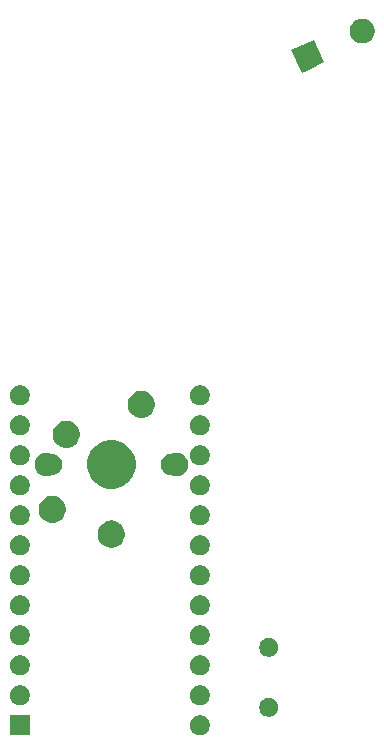
<source format=gbs>
G04 #@! TF.GenerationSoftware,KiCad,Pcbnew,(5.1.5)-1*
G04 #@! TF.CreationDate,2021-06-10T20:45:23-04:00*
G04 #@! TF.ProjectId,meishi2,6d656973-6869-4322-9e6b-696361645f70,rev?*
G04 #@! TF.SameCoordinates,Original*
G04 #@! TF.FileFunction,Soldermask,Bot*
G04 #@! TF.FilePolarity,Negative*
%FSLAX46Y46*%
G04 Gerber Fmt 4.6, Leading zero omitted, Abs format (unit mm)*
G04 Created by KiCad (PCBNEW (5.1.5)-1) date 2021-06-10 20:45:23*
%MOMM*%
%LPD*%
G04 APERTURE LIST*
%ADD10C,0.100000*%
G04 APERTURE END LIST*
D10*
G36*
X135630228Y-157677703D02*
G01*
X135785100Y-157741853D01*
X135924481Y-157834985D01*
X136043015Y-157953519D01*
X136136147Y-158092900D01*
X136200297Y-158247772D01*
X136233000Y-158412184D01*
X136233000Y-158579816D01*
X136200297Y-158744228D01*
X136136147Y-158899100D01*
X136043015Y-159038481D01*
X135924481Y-159157015D01*
X135785100Y-159250147D01*
X135630228Y-159314297D01*
X135465816Y-159347000D01*
X135298184Y-159347000D01*
X135133772Y-159314297D01*
X134978900Y-159250147D01*
X134839519Y-159157015D01*
X134720985Y-159038481D01*
X134627853Y-158899100D01*
X134563703Y-158744228D01*
X134531000Y-158579816D01*
X134531000Y-158412184D01*
X134563703Y-158247772D01*
X134627853Y-158092900D01*
X134720985Y-157953519D01*
X134839519Y-157834985D01*
X134978900Y-157741853D01*
X135133772Y-157677703D01*
X135298184Y-157645000D01*
X135465816Y-157645000D01*
X135630228Y-157677703D01*
G37*
G36*
X120993000Y-159347000D02*
G01*
X119291000Y-159347000D01*
X119291000Y-157645000D01*
X120993000Y-157645000D01*
X120993000Y-159347000D01*
G37*
G36*
X141457642Y-156201781D02*
G01*
X141603414Y-156262162D01*
X141603416Y-156262163D01*
X141734608Y-156349822D01*
X141846178Y-156461392D01*
X141933837Y-156592584D01*
X141933838Y-156592586D01*
X141994219Y-156738358D01*
X142025000Y-156893107D01*
X142025000Y-157050893D01*
X141994219Y-157205642D01*
X141933838Y-157351414D01*
X141933837Y-157351416D01*
X141846178Y-157482608D01*
X141734608Y-157594178D01*
X141603416Y-157681837D01*
X141603415Y-157681838D01*
X141603414Y-157681838D01*
X141457642Y-157742219D01*
X141302893Y-157773000D01*
X141145107Y-157773000D01*
X140990358Y-157742219D01*
X140844586Y-157681838D01*
X140844585Y-157681838D01*
X140844584Y-157681837D01*
X140713392Y-157594178D01*
X140601822Y-157482608D01*
X140514163Y-157351416D01*
X140514162Y-157351414D01*
X140453781Y-157205642D01*
X140423000Y-157050893D01*
X140423000Y-156893107D01*
X140453781Y-156738358D01*
X140514162Y-156592586D01*
X140514163Y-156592584D01*
X140601822Y-156461392D01*
X140713392Y-156349822D01*
X140844584Y-156262163D01*
X140844586Y-156262162D01*
X140990358Y-156201781D01*
X141145107Y-156171000D01*
X141302893Y-156171000D01*
X141457642Y-156201781D01*
G37*
G36*
X135630228Y-155137703D02*
G01*
X135785100Y-155201853D01*
X135924481Y-155294985D01*
X136043015Y-155413519D01*
X136136147Y-155552900D01*
X136200297Y-155707772D01*
X136233000Y-155872184D01*
X136233000Y-156039816D01*
X136200297Y-156204228D01*
X136136147Y-156359100D01*
X136043015Y-156498481D01*
X135924481Y-156617015D01*
X135785100Y-156710147D01*
X135630228Y-156774297D01*
X135465816Y-156807000D01*
X135298184Y-156807000D01*
X135133772Y-156774297D01*
X134978900Y-156710147D01*
X134839519Y-156617015D01*
X134720985Y-156498481D01*
X134627853Y-156359100D01*
X134563703Y-156204228D01*
X134531000Y-156039816D01*
X134531000Y-155872184D01*
X134563703Y-155707772D01*
X134627853Y-155552900D01*
X134720985Y-155413519D01*
X134839519Y-155294985D01*
X134978900Y-155201853D01*
X135133772Y-155137703D01*
X135298184Y-155105000D01*
X135465816Y-155105000D01*
X135630228Y-155137703D01*
G37*
G36*
X120390228Y-155137703D02*
G01*
X120545100Y-155201853D01*
X120684481Y-155294985D01*
X120803015Y-155413519D01*
X120896147Y-155552900D01*
X120960297Y-155707772D01*
X120993000Y-155872184D01*
X120993000Y-156039816D01*
X120960297Y-156204228D01*
X120896147Y-156359100D01*
X120803015Y-156498481D01*
X120684481Y-156617015D01*
X120545100Y-156710147D01*
X120390228Y-156774297D01*
X120225816Y-156807000D01*
X120058184Y-156807000D01*
X119893772Y-156774297D01*
X119738900Y-156710147D01*
X119599519Y-156617015D01*
X119480985Y-156498481D01*
X119387853Y-156359100D01*
X119323703Y-156204228D01*
X119291000Y-156039816D01*
X119291000Y-155872184D01*
X119323703Y-155707772D01*
X119387853Y-155552900D01*
X119480985Y-155413519D01*
X119599519Y-155294985D01*
X119738900Y-155201853D01*
X119893772Y-155137703D01*
X120058184Y-155105000D01*
X120225816Y-155105000D01*
X120390228Y-155137703D01*
G37*
G36*
X120390228Y-152597703D02*
G01*
X120545100Y-152661853D01*
X120684481Y-152754985D01*
X120803015Y-152873519D01*
X120896147Y-153012900D01*
X120960297Y-153167772D01*
X120993000Y-153332184D01*
X120993000Y-153499816D01*
X120960297Y-153664228D01*
X120896147Y-153819100D01*
X120803015Y-153958481D01*
X120684481Y-154077015D01*
X120545100Y-154170147D01*
X120390228Y-154234297D01*
X120225816Y-154267000D01*
X120058184Y-154267000D01*
X119893772Y-154234297D01*
X119738900Y-154170147D01*
X119599519Y-154077015D01*
X119480985Y-153958481D01*
X119387853Y-153819100D01*
X119323703Y-153664228D01*
X119291000Y-153499816D01*
X119291000Y-153332184D01*
X119323703Y-153167772D01*
X119387853Y-153012900D01*
X119480985Y-152873519D01*
X119599519Y-152754985D01*
X119738900Y-152661853D01*
X119893772Y-152597703D01*
X120058184Y-152565000D01*
X120225816Y-152565000D01*
X120390228Y-152597703D01*
G37*
G36*
X135630228Y-152597703D02*
G01*
X135785100Y-152661853D01*
X135924481Y-152754985D01*
X136043015Y-152873519D01*
X136136147Y-153012900D01*
X136200297Y-153167772D01*
X136233000Y-153332184D01*
X136233000Y-153499816D01*
X136200297Y-153664228D01*
X136136147Y-153819100D01*
X136043015Y-153958481D01*
X135924481Y-154077015D01*
X135785100Y-154170147D01*
X135630228Y-154234297D01*
X135465816Y-154267000D01*
X135298184Y-154267000D01*
X135133772Y-154234297D01*
X134978900Y-154170147D01*
X134839519Y-154077015D01*
X134720985Y-153958481D01*
X134627853Y-153819100D01*
X134563703Y-153664228D01*
X134531000Y-153499816D01*
X134531000Y-153332184D01*
X134563703Y-153167772D01*
X134627853Y-153012900D01*
X134720985Y-152873519D01*
X134839519Y-152754985D01*
X134978900Y-152661853D01*
X135133772Y-152597703D01*
X135298184Y-152565000D01*
X135465816Y-152565000D01*
X135630228Y-152597703D01*
G37*
G36*
X141457642Y-151121781D02*
G01*
X141603414Y-151182162D01*
X141603416Y-151182163D01*
X141734608Y-151269822D01*
X141846178Y-151381392D01*
X141933837Y-151512584D01*
X141933838Y-151512586D01*
X141994219Y-151658358D01*
X142025000Y-151813107D01*
X142025000Y-151970893D01*
X141994219Y-152125642D01*
X141933838Y-152271414D01*
X141933837Y-152271416D01*
X141846178Y-152402608D01*
X141734608Y-152514178D01*
X141603416Y-152601837D01*
X141603415Y-152601838D01*
X141603414Y-152601838D01*
X141457642Y-152662219D01*
X141302893Y-152693000D01*
X141145107Y-152693000D01*
X140990358Y-152662219D01*
X140844586Y-152601838D01*
X140844585Y-152601838D01*
X140844584Y-152601837D01*
X140713392Y-152514178D01*
X140601822Y-152402608D01*
X140514163Y-152271416D01*
X140514162Y-152271414D01*
X140453781Y-152125642D01*
X140423000Y-151970893D01*
X140423000Y-151813107D01*
X140453781Y-151658358D01*
X140514162Y-151512586D01*
X140514163Y-151512584D01*
X140601822Y-151381392D01*
X140713392Y-151269822D01*
X140844584Y-151182163D01*
X140844586Y-151182162D01*
X140990358Y-151121781D01*
X141145107Y-151091000D01*
X141302893Y-151091000D01*
X141457642Y-151121781D01*
G37*
G36*
X135630228Y-150057703D02*
G01*
X135785100Y-150121853D01*
X135924481Y-150214985D01*
X136043015Y-150333519D01*
X136136147Y-150472900D01*
X136200297Y-150627772D01*
X136233000Y-150792184D01*
X136233000Y-150959816D01*
X136200297Y-151124228D01*
X136136147Y-151279100D01*
X136043015Y-151418481D01*
X135924481Y-151537015D01*
X135785100Y-151630147D01*
X135630228Y-151694297D01*
X135465816Y-151727000D01*
X135298184Y-151727000D01*
X135133772Y-151694297D01*
X134978900Y-151630147D01*
X134839519Y-151537015D01*
X134720985Y-151418481D01*
X134627853Y-151279100D01*
X134563703Y-151124228D01*
X134531000Y-150959816D01*
X134531000Y-150792184D01*
X134563703Y-150627772D01*
X134627853Y-150472900D01*
X134720985Y-150333519D01*
X134839519Y-150214985D01*
X134978900Y-150121853D01*
X135133772Y-150057703D01*
X135298184Y-150025000D01*
X135465816Y-150025000D01*
X135630228Y-150057703D01*
G37*
G36*
X120390228Y-150057703D02*
G01*
X120545100Y-150121853D01*
X120684481Y-150214985D01*
X120803015Y-150333519D01*
X120896147Y-150472900D01*
X120960297Y-150627772D01*
X120993000Y-150792184D01*
X120993000Y-150959816D01*
X120960297Y-151124228D01*
X120896147Y-151279100D01*
X120803015Y-151418481D01*
X120684481Y-151537015D01*
X120545100Y-151630147D01*
X120390228Y-151694297D01*
X120225816Y-151727000D01*
X120058184Y-151727000D01*
X119893772Y-151694297D01*
X119738900Y-151630147D01*
X119599519Y-151537015D01*
X119480985Y-151418481D01*
X119387853Y-151279100D01*
X119323703Y-151124228D01*
X119291000Y-150959816D01*
X119291000Y-150792184D01*
X119323703Y-150627772D01*
X119387853Y-150472900D01*
X119480985Y-150333519D01*
X119599519Y-150214985D01*
X119738900Y-150121853D01*
X119893772Y-150057703D01*
X120058184Y-150025000D01*
X120225816Y-150025000D01*
X120390228Y-150057703D01*
G37*
G36*
X120390228Y-147517703D02*
G01*
X120545100Y-147581853D01*
X120684481Y-147674985D01*
X120803015Y-147793519D01*
X120896147Y-147932900D01*
X120960297Y-148087772D01*
X120993000Y-148252184D01*
X120993000Y-148419816D01*
X120960297Y-148584228D01*
X120896147Y-148739100D01*
X120803015Y-148878481D01*
X120684481Y-148997015D01*
X120545100Y-149090147D01*
X120390228Y-149154297D01*
X120225816Y-149187000D01*
X120058184Y-149187000D01*
X119893772Y-149154297D01*
X119738900Y-149090147D01*
X119599519Y-148997015D01*
X119480985Y-148878481D01*
X119387853Y-148739100D01*
X119323703Y-148584228D01*
X119291000Y-148419816D01*
X119291000Y-148252184D01*
X119323703Y-148087772D01*
X119387853Y-147932900D01*
X119480985Y-147793519D01*
X119599519Y-147674985D01*
X119738900Y-147581853D01*
X119893772Y-147517703D01*
X120058184Y-147485000D01*
X120225816Y-147485000D01*
X120390228Y-147517703D01*
G37*
G36*
X135630228Y-147517703D02*
G01*
X135785100Y-147581853D01*
X135924481Y-147674985D01*
X136043015Y-147793519D01*
X136136147Y-147932900D01*
X136200297Y-148087772D01*
X136233000Y-148252184D01*
X136233000Y-148419816D01*
X136200297Y-148584228D01*
X136136147Y-148739100D01*
X136043015Y-148878481D01*
X135924481Y-148997015D01*
X135785100Y-149090147D01*
X135630228Y-149154297D01*
X135465816Y-149187000D01*
X135298184Y-149187000D01*
X135133772Y-149154297D01*
X134978900Y-149090147D01*
X134839519Y-148997015D01*
X134720985Y-148878481D01*
X134627853Y-148739100D01*
X134563703Y-148584228D01*
X134531000Y-148419816D01*
X134531000Y-148252184D01*
X134563703Y-148087772D01*
X134627853Y-147932900D01*
X134720985Y-147793519D01*
X134839519Y-147674985D01*
X134978900Y-147581853D01*
X135133772Y-147517703D01*
X135298184Y-147485000D01*
X135465816Y-147485000D01*
X135630228Y-147517703D01*
G37*
G36*
X120390228Y-144977703D02*
G01*
X120545100Y-145041853D01*
X120684481Y-145134985D01*
X120803015Y-145253519D01*
X120896147Y-145392900D01*
X120960297Y-145547772D01*
X120993000Y-145712184D01*
X120993000Y-145879816D01*
X120960297Y-146044228D01*
X120896147Y-146199100D01*
X120803015Y-146338481D01*
X120684481Y-146457015D01*
X120545100Y-146550147D01*
X120390228Y-146614297D01*
X120225816Y-146647000D01*
X120058184Y-146647000D01*
X119893772Y-146614297D01*
X119738900Y-146550147D01*
X119599519Y-146457015D01*
X119480985Y-146338481D01*
X119387853Y-146199100D01*
X119323703Y-146044228D01*
X119291000Y-145879816D01*
X119291000Y-145712184D01*
X119323703Y-145547772D01*
X119387853Y-145392900D01*
X119480985Y-145253519D01*
X119599519Y-145134985D01*
X119738900Y-145041853D01*
X119893772Y-144977703D01*
X120058184Y-144945000D01*
X120225816Y-144945000D01*
X120390228Y-144977703D01*
G37*
G36*
X135630228Y-144977703D02*
G01*
X135785100Y-145041853D01*
X135924481Y-145134985D01*
X136043015Y-145253519D01*
X136136147Y-145392900D01*
X136200297Y-145547772D01*
X136233000Y-145712184D01*
X136233000Y-145879816D01*
X136200297Y-146044228D01*
X136136147Y-146199100D01*
X136043015Y-146338481D01*
X135924481Y-146457015D01*
X135785100Y-146550147D01*
X135630228Y-146614297D01*
X135465816Y-146647000D01*
X135298184Y-146647000D01*
X135133772Y-146614297D01*
X134978900Y-146550147D01*
X134839519Y-146457015D01*
X134720985Y-146338481D01*
X134627853Y-146199100D01*
X134563703Y-146044228D01*
X134531000Y-145879816D01*
X134531000Y-145712184D01*
X134563703Y-145547772D01*
X134627853Y-145392900D01*
X134720985Y-145253519D01*
X134839519Y-145134985D01*
X134978900Y-145041853D01*
X135133772Y-144977703D01*
X135298184Y-144945000D01*
X135465816Y-144945000D01*
X135630228Y-144977703D01*
G37*
G36*
X135630228Y-142437703D02*
G01*
X135785100Y-142501853D01*
X135924481Y-142594985D01*
X136043015Y-142713519D01*
X136136147Y-142852900D01*
X136200297Y-143007772D01*
X136233000Y-143172184D01*
X136233000Y-143339816D01*
X136200297Y-143504228D01*
X136136147Y-143659100D01*
X136043015Y-143798481D01*
X135924481Y-143917015D01*
X135785100Y-144010147D01*
X135630228Y-144074297D01*
X135465816Y-144107000D01*
X135298184Y-144107000D01*
X135133772Y-144074297D01*
X134978900Y-144010147D01*
X134839519Y-143917015D01*
X134720985Y-143798481D01*
X134627853Y-143659100D01*
X134563703Y-143504228D01*
X134531000Y-143339816D01*
X134531000Y-143172184D01*
X134563703Y-143007772D01*
X134627853Y-142852900D01*
X134720985Y-142713519D01*
X134839519Y-142594985D01*
X134978900Y-142501853D01*
X135133772Y-142437703D01*
X135298184Y-142405000D01*
X135465816Y-142405000D01*
X135630228Y-142437703D01*
G37*
G36*
X120390228Y-142437703D02*
G01*
X120545100Y-142501853D01*
X120684481Y-142594985D01*
X120803015Y-142713519D01*
X120896147Y-142852900D01*
X120960297Y-143007772D01*
X120993000Y-143172184D01*
X120993000Y-143339816D01*
X120960297Y-143504228D01*
X120896147Y-143659100D01*
X120803015Y-143798481D01*
X120684481Y-143917015D01*
X120545100Y-144010147D01*
X120390228Y-144074297D01*
X120225816Y-144107000D01*
X120058184Y-144107000D01*
X119893772Y-144074297D01*
X119738900Y-144010147D01*
X119599519Y-143917015D01*
X119480985Y-143798481D01*
X119387853Y-143659100D01*
X119323703Y-143504228D01*
X119291000Y-143339816D01*
X119291000Y-143172184D01*
X119323703Y-143007772D01*
X119387853Y-142852900D01*
X119480985Y-142713519D01*
X119599519Y-142594985D01*
X119738900Y-142501853D01*
X119893772Y-142437703D01*
X120058184Y-142405000D01*
X120225816Y-142405000D01*
X120390228Y-142437703D01*
G37*
G36*
X128113549Y-141169116D02*
G01*
X128224734Y-141191232D01*
X128434203Y-141277997D01*
X128622720Y-141403960D01*
X128783040Y-141564280D01*
X128784857Y-141567000D01*
X128909004Y-141752799D01*
X128995768Y-141962267D01*
X129040000Y-142184635D01*
X129040000Y-142411365D01*
X129022001Y-142501852D01*
X128995768Y-142633734D01*
X128909003Y-142843203D01*
X128783040Y-143031720D01*
X128622720Y-143192040D01*
X128434203Y-143318003D01*
X128224734Y-143404768D01*
X128113549Y-143426884D01*
X128002365Y-143449000D01*
X127775635Y-143449000D01*
X127664451Y-143426884D01*
X127553266Y-143404768D01*
X127343797Y-143318003D01*
X127155280Y-143192040D01*
X126994960Y-143031720D01*
X126868997Y-142843203D01*
X126782232Y-142633734D01*
X126755999Y-142501852D01*
X126738000Y-142411365D01*
X126738000Y-142184635D01*
X126782232Y-141962267D01*
X126868996Y-141752799D01*
X126993143Y-141567000D01*
X126994960Y-141564280D01*
X127155280Y-141403960D01*
X127343797Y-141277997D01*
X127553266Y-141191232D01*
X127664451Y-141169116D01*
X127775635Y-141147000D01*
X128002365Y-141147000D01*
X128113549Y-141169116D01*
G37*
G36*
X120390228Y-139897703D02*
G01*
X120545100Y-139961853D01*
X120684481Y-140054985D01*
X120803015Y-140173519D01*
X120896147Y-140312900D01*
X120960297Y-140467772D01*
X120993000Y-140632184D01*
X120993000Y-140799816D01*
X120960297Y-140964228D01*
X120896147Y-141119100D01*
X120803015Y-141258481D01*
X120684481Y-141377015D01*
X120545100Y-141470147D01*
X120390228Y-141534297D01*
X120225816Y-141567000D01*
X120058184Y-141567000D01*
X119893772Y-141534297D01*
X119738900Y-141470147D01*
X119599519Y-141377015D01*
X119480985Y-141258481D01*
X119387853Y-141119100D01*
X119323703Y-140964228D01*
X119291000Y-140799816D01*
X119291000Y-140632184D01*
X119323703Y-140467772D01*
X119387853Y-140312900D01*
X119480985Y-140173519D01*
X119599519Y-140054985D01*
X119738900Y-139961853D01*
X119893772Y-139897703D01*
X120058184Y-139865000D01*
X120225816Y-139865000D01*
X120390228Y-139897703D01*
G37*
G36*
X135630228Y-139897703D02*
G01*
X135785100Y-139961853D01*
X135924481Y-140054985D01*
X136043015Y-140173519D01*
X136136147Y-140312900D01*
X136200297Y-140467772D01*
X136233000Y-140632184D01*
X136233000Y-140799816D01*
X136200297Y-140964228D01*
X136136147Y-141119100D01*
X136043015Y-141258481D01*
X135924481Y-141377015D01*
X135785100Y-141470147D01*
X135630228Y-141534297D01*
X135465816Y-141567000D01*
X135298184Y-141567000D01*
X135133772Y-141534297D01*
X134978900Y-141470147D01*
X134839519Y-141377015D01*
X134720985Y-141258481D01*
X134627853Y-141119100D01*
X134563703Y-140964228D01*
X134531000Y-140799816D01*
X134531000Y-140632184D01*
X134563703Y-140467772D01*
X134627853Y-140312900D01*
X134720985Y-140173519D01*
X134839519Y-140054985D01*
X134978900Y-139961853D01*
X135133772Y-139897703D01*
X135298184Y-139865000D01*
X135465816Y-139865000D01*
X135630228Y-139897703D01*
G37*
G36*
X123113549Y-139069116D02*
G01*
X123224734Y-139091232D01*
X123434203Y-139177997D01*
X123622720Y-139303960D01*
X123783040Y-139464280D01*
X123909003Y-139652797D01*
X123909004Y-139652799D01*
X123995768Y-139862267D01*
X124040000Y-140084635D01*
X124040000Y-140311365D01*
X124039694Y-140312903D01*
X123995768Y-140533734D01*
X123909003Y-140743203D01*
X123783040Y-140931720D01*
X123622720Y-141092040D01*
X123434203Y-141218003D01*
X123224734Y-141304768D01*
X123113549Y-141326884D01*
X123002365Y-141349000D01*
X122775635Y-141349000D01*
X122664451Y-141326884D01*
X122553266Y-141304768D01*
X122343797Y-141218003D01*
X122155280Y-141092040D01*
X121994960Y-140931720D01*
X121868997Y-140743203D01*
X121782232Y-140533734D01*
X121738306Y-140312903D01*
X121738000Y-140311365D01*
X121738000Y-140084635D01*
X121782232Y-139862267D01*
X121868996Y-139652799D01*
X121868997Y-139652797D01*
X121994960Y-139464280D01*
X122155280Y-139303960D01*
X122343797Y-139177997D01*
X122553266Y-139091232D01*
X122664451Y-139069116D01*
X122775635Y-139047000D01*
X123002365Y-139047000D01*
X123113549Y-139069116D01*
G37*
G36*
X135630228Y-137357703D02*
G01*
X135785100Y-137421853D01*
X135924481Y-137514985D01*
X136043015Y-137633519D01*
X136136147Y-137772900D01*
X136200297Y-137927772D01*
X136233000Y-138092184D01*
X136233000Y-138259816D01*
X136200297Y-138424228D01*
X136136147Y-138579100D01*
X136043015Y-138718481D01*
X135924481Y-138837015D01*
X135785100Y-138930147D01*
X135630228Y-138994297D01*
X135465816Y-139027000D01*
X135298184Y-139027000D01*
X135133772Y-138994297D01*
X134978900Y-138930147D01*
X134839519Y-138837015D01*
X134720985Y-138718481D01*
X134627853Y-138579100D01*
X134563703Y-138424228D01*
X134531000Y-138259816D01*
X134531000Y-138092184D01*
X134563703Y-137927772D01*
X134627853Y-137772900D01*
X134720985Y-137633519D01*
X134839519Y-137514985D01*
X134978900Y-137421853D01*
X135133772Y-137357703D01*
X135298184Y-137325000D01*
X135465816Y-137325000D01*
X135630228Y-137357703D01*
G37*
G36*
X120390228Y-137357703D02*
G01*
X120545100Y-137421853D01*
X120684481Y-137514985D01*
X120803015Y-137633519D01*
X120896147Y-137772900D01*
X120960297Y-137927772D01*
X120993000Y-138092184D01*
X120993000Y-138259816D01*
X120960297Y-138424228D01*
X120896147Y-138579100D01*
X120803015Y-138718481D01*
X120684481Y-138837015D01*
X120545100Y-138930147D01*
X120390228Y-138994297D01*
X120225816Y-139027000D01*
X120058184Y-139027000D01*
X119893772Y-138994297D01*
X119738900Y-138930147D01*
X119599519Y-138837015D01*
X119480985Y-138718481D01*
X119387853Y-138579100D01*
X119323703Y-138424228D01*
X119291000Y-138259816D01*
X119291000Y-138092184D01*
X119323703Y-137927772D01*
X119387853Y-137772900D01*
X119480985Y-137633519D01*
X119599519Y-137514985D01*
X119738900Y-137421853D01*
X119893772Y-137357703D01*
X120058184Y-137325000D01*
X120225816Y-137325000D01*
X120390228Y-137357703D01*
G37*
G36*
X128487254Y-134425818D02*
G01*
X128860511Y-134580426D01*
X128860513Y-134580427D01*
X129196436Y-134804884D01*
X129482116Y-135090564D01*
X129680704Y-135387771D01*
X129706574Y-135426489D01*
X129861182Y-135799746D01*
X129940000Y-136195993D01*
X129940000Y-136600007D01*
X129861182Y-136996254D01*
X129731839Y-137308515D01*
X129706573Y-137369513D01*
X129482116Y-137705436D01*
X129196436Y-137991116D01*
X128860513Y-138215573D01*
X128860512Y-138215574D01*
X128860511Y-138215574D01*
X128487254Y-138370182D01*
X128091007Y-138449000D01*
X127686993Y-138449000D01*
X127290746Y-138370182D01*
X126917489Y-138215574D01*
X126917488Y-138215574D01*
X126917487Y-138215573D01*
X126581564Y-137991116D01*
X126295884Y-137705436D01*
X126071427Y-137369513D01*
X126046161Y-137308515D01*
X125916818Y-136996254D01*
X125838000Y-136600007D01*
X125838000Y-136195993D01*
X125916818Y-135799746D01*
X126071426Y-135426489D01*
X126097297Y-135387771D01*
X126295884Y-135090564D01*
X126581564Y-134804884D01*
X126917487Y-134580427D01*
X126917489Y-134580426D01*
X127290746Y-134425818D01*
X127686993Y-134347000D01*
X128091007Y-134347000D01*
X128487254Y-134425818D01*
G37*
G36*
X122680981Y-135435468D02*
G01*
X122801310Y-135485311D01*
X122806560Y-135487485D01*
X122830009Y-135494598D01*
X122854395Y-135497000D01*
X122897742Y-135497000D01*
X122922512Y-135501927D01*
X123071812Y-135531624D01*
X123235784Y-135599544D01*
X123383354Y-135698147D01*
X123508853Y-135823646D01*
X123607456Y-135971216D01*
X123675376Y-136135188D01*
X123705073Y-136284488D01*
X123710000Y-136309258D01*
X123710000Y-136486742D01*
X123708041Y-136496590D01*
X123675376Y-136660812D01*
X123607456Y-136824784D01*
X123508853Y-136972354D01*
X123383354Y-137097853D01*
X123235784Y-137196456D01*
X123071812Y-137264376D01*
X122922512Y-137294073D01*
X122897742Y-137299000D01*
X122854395Y-137299000D01*
X122830009Y-137301402D01*
X122806560Y-137308515D01*
X122680981Y-137360532D01*
X122487591Y-137399000D01*
X122290409Y-137399000D01*
X122097019Y-137360532D01*
X121914849Y-137285074D01*
X121750900Y-137175527D01*
X121611473Y-137036100D01*
X121501926Y-136872151D01*
X121426468Y-136689981D01*
X121388000Y-136496590D01*
X121388000Y-136299410D01*
X121426468Y-136106019D01*
X121501926Y-135923849D01*
X121611473Y-135759900D01*
X121750900Y-135620473D01*
X121914849Y-135510926D01*
X122097019Y-135435468D01*
X122290409Y-135397000D01*
X122487591Y-135397000D01*
X122680981Y-135435468D01*
G37*
G36*
X133680981Y-135435468D02*
G01*
X133863151Y-135510926D01*
X134027100Y-135620473D01*
X134166527Y-135759900D01*
X134276074Y-135923849D01*
X134351532Y-136106019D01*
X134390000Y-136299410D01*
X134390000Y-136496590D01*
X134351532Y-136689981D01*
X134276074Y-136872151D01*
X134166527Y-137036100D01*
X134027100Y-137175527D01*
X133863151Y-137285074D01*
X133680981Y-137360532D01*
X133487591Y-137399000D01*
X133290409Y-137399000D01*
X133097019Y-137360532D01*
X132971440Y-137308515D01*
X132947991Y-137301402D01*
X132923605Y-137299000D01*
X132880258Y-137299000D01*
X132855488Y-137294073D01*
X132706188Y-137264376D01*
X132542216Y-137196456D01*
X132394646Y-137097853D01*
X132269147Y-136972354D01*
X132170544Y-136824784D01*
X132102624Y-136660812D01*
X132069959Y-136496590D01*
X132068000Y-136486742D01*
X132068000Y-136309258D01*
X132072927Y-136284488D01*
X132102624Y-136135188D01*
X132170544Y-135971216D01*
X132269147Y-135823646D01*
X132394646Y-135698147D01*
X132542216Y-135599544D01*
X132706188Y-135531624D01*
X132855488Y-135501927D01*
X132880258Y-135497000D01*
X132923605Y-135497000D01*
X132947991Y-135494598D01*
X132971440Y-135487485D01*
X132976690Y-135485311D01*
X133097019Y-135435468D01*
X133290409Y-135397000D01*
X133487591Y-135397000D01*
X133680981Y-135435468D01*
G37*
G36*
X135630228Y-134817703D02*
G01*
X135785100Y-134881853D01*
X135924481Y-134974985D01*
X136043015Y-135093519D01*
X136136147Y-135232900D01*
X136200297Y-135387772D01*
X136233000Y-135552184D01*
X136233000Y-135719816D01*
X136200297Y-135884228D01*
X136136147Y-136039100D01*
X136043015Y-136178481D01*
X135924481Y-136297015D01*
X135785100Y-136390147D01*
X135630228Y-136454297D01*
X135465816Y-136487000D01*
X135298184Y-136487000D01*
X135133772Y-136454297D01*
X134978900Y-136390147D01*
X134839519Y-136297015D01*
X134720985Y-136178481D01*
X134627853Y-136039100D01*
X134563703Y-135884228D01*
X134531000Y-135719816D01*
X134531000Y-135552184D01*
X134563703Y-135387772D01*
X134627853Y-135232900D01*
X134720985Y-135093519D01*
X134839519Y-134974985D01*
X134978900Y-134881853D01*
X135133772Y-134817703D01*
X135298184Y-134785000D01*
X135465816Y-134785000D01*
X135630228Y-134817703D01*
G37*
G36*
X120390228Y-134817703D02*
G01*
X120545100Y-134881853D01*
X120684481Y-134974985D01*
X120803015Y-135093519D01*
X120896147Y-135232900D01*
X120960297Y-135387772D01*
X120993000Y-135552184D01*
X120993000Y-135719816D01*
X120960297Y-135884228D01*
X120896147Y-136039100D01*
X120803015Y-136178481D01*
X120684481Y-136297015D01*
X120545100Y-136390147D01*
X120390228Y-136454297D01*
X120225816Y-136487000D01*
X120058184Y-136487000D01*
X119893772Y-136454297D01*
X119738900Y-136390147D01*
X119599519Y-136297015D01*
X119480985Y-136178481D01*
X119387853Y-136039100D01*
X119323703Y-135884228D01*
X119291000Y-135719816D01*
X119291000Y-135552184D01*
X119323703Y-135387772D01*
X119387853Y-135232900D01*
X119480985Y-135093519D01*
X119599519Y-134974985D01*
X119738900Y-134881853D01*
X119893772Y-134817703D01*
X120058184Y-134785000D01*
X120225816Y-134785000D01*
X120390228Y-134817703D01*
G37*
G36*
X124303549Y-132729116D02*
G01*
X124414734Y-132751232D01*
X124624203Y-132837997D01*
X124812720Y-132963960D01*
X124973040Y-133124280D01*
X125099003Y-133312797D01*
X125185768Y-133522266D01*
X125230000Y-133744636D01*
X125230000Y-133971364D01*
X125185768Y-134193734D01*
X125099003Y-134403203D01*
X124973040Y-134591720D01*
X124812720Y-134752040D01*
X124624203Y-134878003D01*
X124624202Y-134878004D01*
X124624201Y-134878004D01*
X124562850Y-134903416D01*
X124414734Y-134964768D01*
X124303549Y-134986884D01*
X124192365Y-135009000D01*
X123965635Y-135009000D01*
X123854451Y-134986884D01*
X123743266Y-134964768D01*
X123595150Y-134903416D01*
X123533799Y-134878004D01*
X123533798Y-134878004D01*
X123533797Y-134878003D01*
X123345280Y-134752040D01*
X123184960Y-134591720D01*
X123058997Y-134403203D01*
X122972232Y-134193734D01*
X122928000Y-133971364D01*
X122928000Y-133744636D01*
X122972232Y-133522266D01*
X123058997Y-133312797D01*
X123184960Y-133124280D01*
X123345280Y-132963960D01*
X123533797Y-132837997D01*
X123743266Y-132751232D01*
X123854451Y-132729116D01*
X123965635Y-132707000D01*
X124192365Y-132707000D01*
X124303549Y-132729116D01*
G37*
G36*
X135630228Y-132277703D02*
G01*
X135785100Y-132341853D01*
X135924481Y-132434985D01*
X136043015Y-132553519D01*
X136136147Y-132692900D01*
X136200297Y-132847772D01*
X136233000Y-133012184D01*
X136233000Y-133179816D01*
X136200297Y-133344228D01*
X136136147Y-133499100D01*
X136043015Y-133638481D01*
X135924481Y-133757015D01*
X135785100Y-133850147D01*
X135630228Y-133914297D01*
X135465816Y-133947000D01*
X135298184Y-133947000D01*
X135133772Y-133914297D01*
X134978900Y-133850147D01*
X134839519Y-133757015D01*
X134720985Y-133638481D01*
X134627853Y-133499100D01*
X134563703Y-133344228D01*
X134531000Y-133179816D01*
X134531000Y-133012184D01*
X134563703Y-132847772D01*
X134627853Y-132692900D01*
X134720985Y-132553519D01*
X134839519Y-132434985D01*
X134978900Y-132341853D01*
X135133772Y-132277703D01*
X135298184Y-132245000D01*
X135465816Y-132245000D01*
X135630228Y-132277703D01*
G37*
G36*
X120390228Y-132277703D02*
G01*
X120545100Y-132341853D01*
X120684481Y-132434985D01*
X120803015Y-132553519D01*
X120896147Y-132692900D01*
X120960297Y-132847772D01*
X120993000Y-133012184D01*
X120993000Y-133179816D01*
X120960297Y-133344228D01*
X120896147Y-133499100D01*
X120803015Y-133638481D01*
X120684481Y-133757015D01*
X120545100Y-133850147D01*
X120390228Y-133914297D01*
X120225816Y-133947000D01*
X120058184Y-133947000D01*
X119893772Y-133914297D01*
X119738900Y-133850147D01*
X119599519Y-133757015D01*
X119480985Y-133638481D01*
X119387853Y-133499100D01*
X119323703Y-133344228D01*
X119291000Y-133179816D01*
X119291000Y-133012184D01*
X119323703Y-132847772D01*
X119387853Y-132692900D01*
X119480985Y-132553519D01*
X119599519Y-132434985D01*
X119738900Y-132341853D01*
X119893772Y-132277703D01*
X120058184Y-132245000D01*
X120225816Y-132245000D01*
X120390228Y-132277703D01*
G37*
G36*
X130653549Y-130189116D02*
G01*
X130764734Y-130211232D01*
X130974203Y-130297997D01*
X131162720Y-130423960D01*
X131323040Y-130584280D01*
X131449003Y-130772797D01*
X131535768Y-130982266D01*
X131580000Y-131204636D01*
X131580000Y-131431364D01*
X131535768Y-131653734D01*
X131449003Y-131863203D01*
X131323040Y-132051720D01*
X131162720Y-132212040D01*
X130974203Y-132338003D01*
X130974202Y-132338004D01*
X130974201Y-132338004D01*
X130912850Y-132363416D01*
X130764734Y-132424768D01*
X130653549Y-132446884D01*
X130542365Y-132469000D01*
X130315635Y-132469000D01*
X130204451Y-132446884D01*
X130093266Y-132424768D01*
X129945150Y-132363416D01*
X129883799Y-132338004D01*
X129883798Y-132338004D01*
X129883797Y-132338003D01*
X129695280Y-132212040D01*
X129534960Y-132051720D01*
X129408997Y-131863203D01*
X129322232Y-131653734D01*
X129278000Y-131431364D01*
X129278000Y-131204636D01*
X129322232Y-130982266D01*
X129408997Y-130772797D01*
X129534960Y-130584280D01*
X129695280Y-130423960D01*
X129883797Y-130297997D01*
X130093266Y-130211232D01*
X130204451Y-130189116D01*
X130315635Y-130167000D01*
X130542365Y-130167000D01*
X130653549Y-130189116D01*
G37*
G36*
X135630228Y-129737703D02*
G01*
X135785100Y-129801853D01*
X135924481Y-129894985D01*
X136043015Y-130013519D01*
X136136147Y-130152900D01*
X136200297Y-130307772D01*
X136233000Y-130472184D01*
X136233000Y-130639816D01*
X136200297Y-130804228D01*
X136136147Y-130959100D01*
X136043015Y-131098481D01*
X135924481Y-131217015D01*
X135785100Y-131310147D01*
X135630228Y-131374297D01*
X135465816Y-131407000D01*
X135298184Y-131407000D01*
X135133772Y-131374297D01*
X134978900Y-131310147D01*
X134839519Y-131217015D01*
X134720985Y-131098481D01*
X134627853Y-130959100D01*
X134563703Y-130804228D01*
X134531000Y-130639816D01*
X134531000Y-130472184D01*
X134563703Y-130307772D01*
X134627853Y-130152900D01*
X134720985Y-130013519D01*
X134839519Y-129894985D01*
X134978900Y-129801853D01*
X135133772Y-129737703D01*
X135298184Y-129705000D01*
X135465816Y-129705000D01*
X135630228Y-129737703D01*
G37*
G36*
X120390228Y-129737703D02*
G01*
X120545100Y-129801853D01*
X120684481Y-129894985D01*
X120803015Y-130013519D01*
X120896147Y-130152900D01*
X120960297Y-130307772D01*
X120993000Y-130472184D01*
X120993000Y-130639816D01*
X120960297Y-130804228D01*
X120896147Y-130959100D01*
X120803015Y-131098481D01*
X120684481Y-131217015D01*
X120545100Y-131310147D01*
X120390228Y-131374297D01*
X120225816Y-131407000D01*
X120058184Y-131407000D01*
X119893772Y-131374297D01*
X119738900Y-131310147D01*
X119599519Y-131217015D01*
X119480985Y-131098481D01*
X119387853Y-130959100D01*
X119323703Y-130804228D01*
X119291000Y-130639816D01*
X119291000Y-130472184D01*
X119323703Y-130307772D01*
X119387853Y-130152900D01*
X119480985Y-130013519D01*
X119599519Y-129894985D01*
X119738900Y-129801853D01*
X119893772Y-129737703D01*
X120058184Y-129705000D01*
X120225816Y-129705000D01*
X120390228Y-129737703D01*
G37*
G36*
X145922701Y-102362358D02*
G01*
X144623480Y-102968195D01*
X144017643Y-103250701D01*
X144017642Y-103250701D01*
X143129299Y-101345642D01*
X144475904Y-100717710D01*
X145034357Y-100457299D01*
X145034358Y-100457299D01*
X145922701Y-102362358D01*
G37*
G36*
X149436608Y-98696488D02*
G01*
X149627877Y-98775714D01*
X149627879Y-98775715D01*
X149800017Y-98890734D01*
X149946409Y-99037126D01*
X150061429Y-99209266D01*
X150140655Y-99400535D01*
X150181044Y-99603583D01*
X150181044Y-99810615D01*
X150140655Y-100013663D01*
X150061429Y-100204932D01*
X150061428Y-100204934D01*
X149946409Y-100377072D01*
X149800017Y-100523464D01*
X149627879Y-100638483D01*
X149627878Y-100638484D01*
X149627877Y-100638484D01*
X149436608Y-100717710D01*
X149233560Y-100758099D01*
X149026528Y-100758099D01*
X148823480Y-100717710D01*
X148632211Y-100638484D01*
X148632210Y-100638484D01*
X148632209Y-100638483D01*
X148460071Y-100523464D01*
X148313679Y-100377072D01*
X148198660Y-100204934D01*
X148198659Y-100204932D01*
X148119433Y-100013663D01*
X148079044Y-99810615D01*
X148079044Y-99603583D01*
X148119433Y-99400535D01*
X148198659Y-99209266D01*
X148313679Y-99037126D01*
X148460071Y-98890734D01*
X148632209Y-98775715D01*
X148632211Y-98775714D01*
X148823480Y-98696488D01*
X149026528Y-98656099D01*
X149233560Y-98656099D01*
X149436608Y-98696488D01*
G37*
M02*

</source>
